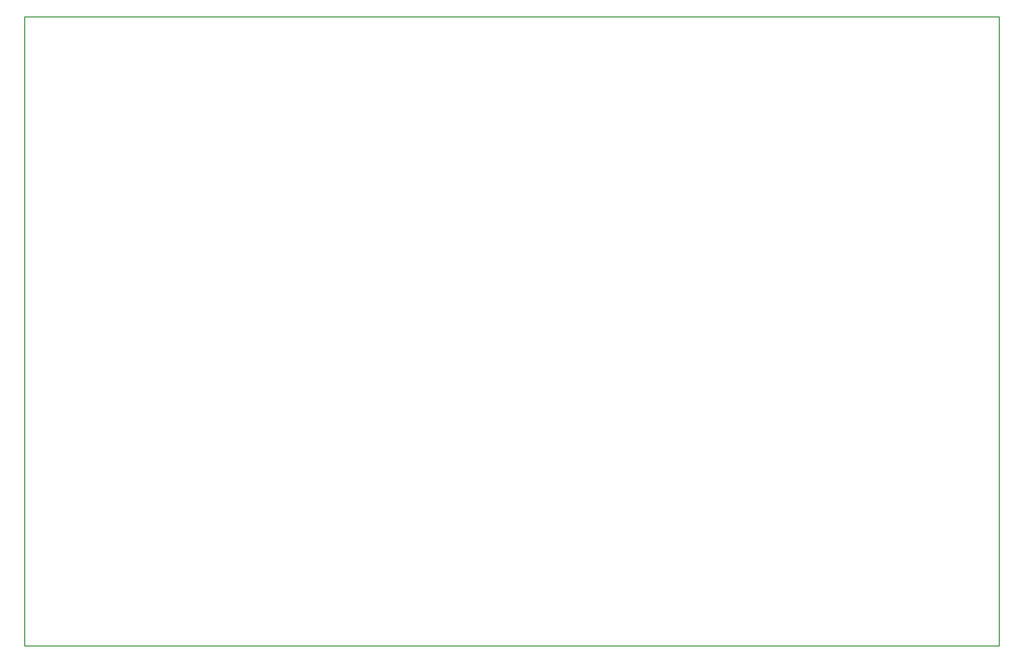
<source format=gbr>
%TF.GenerationSoftware,KiCad,Pcbnew,9.0.6*%
%TF.CreationDate,2025-12-01T20:06:07-08:00*%
%TF.ProjectId,3.4,332e342e-6b69-4636-9164-5f7063625858,rev?*%
%TF.SameCoordinates,Original*%
%TF.FileFunction,Profile,NP*%
%FSLAX46Y46*%
G04 Gerber Fmt 4.6, Leading zero omitted, Abs format (unit mm)*
G04 Created by KiCad (PCBNEW 9.0.6) date 2025-12-01 20:06:07*
%MOMM*%
%LPD*%
G01*
G04 APERTURE LIST*
%TA.AperFunction,Profile*%
%ADD10C,0.050000*%
%TD*%
G04 APERTURE END LIST*
D10*
X19000000Y-59500000D02*
X104000000Y-59500000D01*
X104000000Y-114500000D01*
X19000000Y-114500000D01*
X19000000Y-59500000D01*
M02*

</source>
